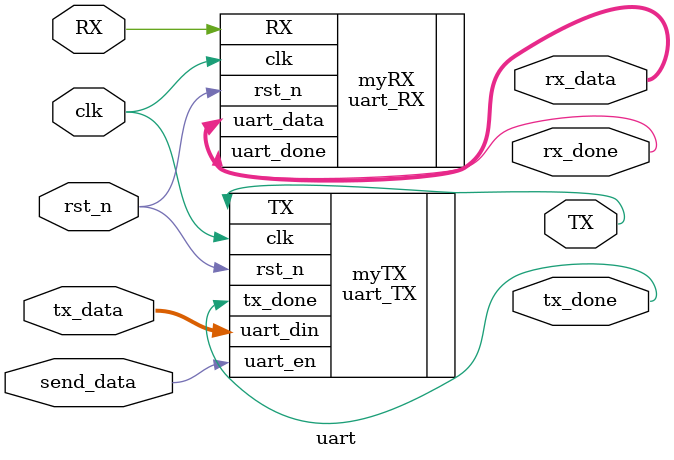
<source format=sv>
module uart(
	input clk,
	input rst_n,
	input RX,
	input send_data,
	input[7:0] tx_data,
	
	output TX,
	output rx_done,
	output tx_done,
	output[7:0] rx_data
);

//parameter define
parameter  CLK_FREQ = 50000000;
parameter  UART_BPS = 115200;

uart_RX #(
	.CLK_FREQ(CLK_FREQ),
	.UART_BPS(UART_BPS)
)
myRX (
	.clk(clk),
	.rst_n(rst_n),
	.RX(RX),
	.uart_done(rx_done),
	.uart_data(rx_data)
);

uart_TX #(
	.CLK_FREQ(CLK_FREQ),
	.UART_BPS(UART_BPS)
)
myTX (
	.clk(clk),
	.rst_n(rst_n),
	.uart_en(send_data),
	.uart_din(tx_data),
	.TX(TX),
	.tx_done(tx_done)
);

endmodule

</source>
